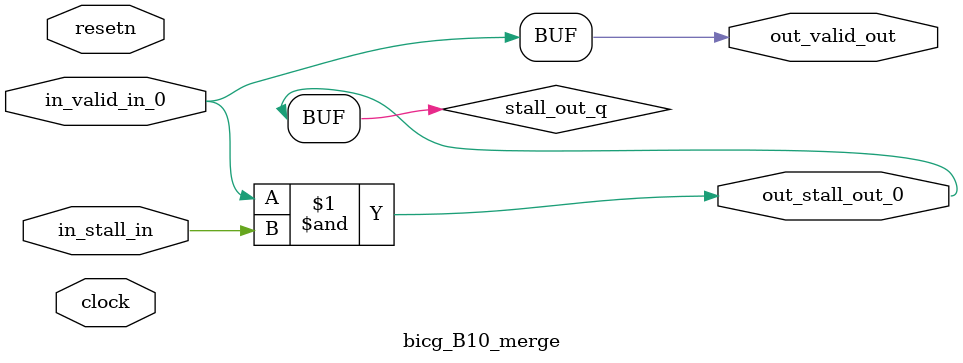
<source format=sv>



(* altera_attribute = "-name AUTO_SHIFT_REGISTER_RECOGNITION OFF; -name MESSAGE_DISABLE 10036; -name MESSAGE_DISABLE 10037; -name MESSAGE_DISABLE 14130; -name MESSAGE_DISABLE 14320; -name MESSAGE_DISABLE 15400; -name MESSAGE_DISABLE 14130; -name MESSAGE_DISABLE 10036; -name MESSAGE_DISABLE 12020; -name MESSAGE_DISABLE 12030; -name MESSAGE_DISABLE 12010; -name MESSAGE_DISABLE 12110; -name MESSAGE_DISABLE 14320; -name MESSAGE_DISABLE 13410; -name MESSAGE_DISABLE 113007; -name MESSAGE_DISABLE 10958" *)
module bicg_B10_merge (
    input wire [0:0] in_stall_in,
    input wire [0:0] in_valid_in_0,
    output wire [0:0] out_stall_out_0,
    output wire [0:0] out_valid_out,
    input wire clock,
    input wire resetn
    );

    wire [0:0] stall_out_q;


    // stall_out(LOGICAL,6)
    assign stall_out_q = in_valid_in_0 & in_stall_in;

    // out_stall_out_0(GPOUT,4)
    assign out_stall_out_0 = stall_out_q;

    // out_valid_out(GPOUT,5)
    assign out_valid_out = in_valid_in_0;

endmodule

</source>
